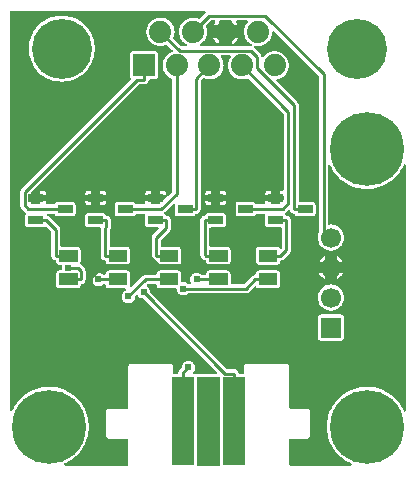
<source format=gbl>
G04 Layer: BottomLayer*
G04 EasyEDA v6.4.14, 2021-02-02T13:22:32--5:00*
G04 99f0f78b573744e3acd602d4f8b6235f,d79a69aa59da4e1fbb9b7d465b79b5da,10*
G04 Gerber Generator version 0.2*
G04 Scale: 100 percent, Rotated: No, Reflected: No *
G04 Dimensions in millimeters *
G04 leading zeros omitted , absolute positions ,4 integer and 5 decimal *
%FSLAX45Y45*%
%MOMM*%

%ADD11C,0.2600*%
%ADD12C,0.6100*%
%ADD15R,1.9000X7.5000*%
%ADD16R,1.7000X1.7000*%
%ADD17C,1.7000*%
%ADD19C,1.8796*%
%ADD20C,5.0800*%
%ADD21C,6.2500*%

%LPD*%
G36*
X1641602Y3575608D02*
G01*
X1637334Y3576574D01*
X1633829Y3579215D01*
X1631797Y3583127D01*
X1631594Y3587546D01*
X1633321Y3591610D01*
X1636522Y3594557D01*
X1643430Y3598519D01*
X1655165Y3607409D01*
X1665732Y3617671D01*
X1674977Y3629151D01*
X1682699Y3641648D01*
X1688896Y3655009D01*
X1693367Y3669080D01*
X1696059Y3683558D01*
X1696974Y3698240D01*
X1696059Y3712921D01*
X1693367Y3727399D01*
X1688896Y3741470D01*
X1687575Y3744264D01*
X1686661Y3748278D01*
X1687372Y3752291D01*
X1689607Y3755694D01*
X1726234Y3792270D01*
X1729536Y3794455D01*
X1733397Y3795217D01*
X1755495Y3795217D01*
X1759305Y3794455D01*
X1762607Y3792372D01*
X1764792Y3789172D01*
X1765655Y3785362D01*
X1765046Y3781551D01*
X1763014Y3778199D01*
X1758492Y3773220D01*
X1749958Y3761232D01*
X1744776Y3751579D01*
X1798320Y3751579D01*
X1798320Y3785057D01*
X1799082Y3788968D01*
X1801317Y3792270D01*
X1804568Y3794455D01*
X1808480Y3795217D01*
X1894839Y3795217D01*
X1898751Y3794455D01*
X1902002Y3792270D01*
X1904238Y3788968D01*
X1905000Y3785057D01*
X1905000Y3751579D01*
X1958543Y3751579D01*
X1957019Y3754831D01*
X1949297Y3767328D01*
X1940153Y3778707D01*
X1938375Y3782009D01*
X1937918Y3785768D01*
X1938934Y3789426D01*
X1941169Y3792524D01*
X1944370Y3794506D01*
X1948078Y3795217D01*
X2032355Y3795217D01*
X2036165Y3794455D01*
X2039416Y3792372D01*
X2041652Y3789172D01*
X2042515Y3785362D01*
X2041906Y3781551D01*
X2039874Y3778199D01*
X2035352Y3773220D01*
X2026818Y3761232D01*
X2019858Y3748227D01*
X2014524Y3734511D01*
X2010918Y3720236D01*
X2009139Y3705606D01*
X2009139Y3690874D01*
X2010918Y3676243D01*
X2014524Y3661968D01*
X2019858Y3648252D01*
X2026818Y3635248D01*
X2035352Y3623259D01*
X2045258Y3612387D01*
X2056434Y3602786D01*
X2069388Y3594252D01*
X2072386Y3591153D01*
X2073859Y3587140D01*
X2073503Y3582822D01*
X2071420Y3579063D01*
X2067966Y3576523D01*
X2063750Y3575608D01*
X1915922Y3575608D01*
X1911654Y3576574D01*
X1908149Y3579215D01*
X1906117Y3583127D01*
X1905914Y3587546D01*
X1907641Y3591610D01*
X1910842Y3594557D01*
X1917750Y3598519D01*
X1929485Y3607409D01*
X1940052Y3617671D01*
X1949297Y3629151D01*
X1957019Y3641648D01*
X1958543Y3644900D01*
X1905000Y3644900D01*
X1905000Y3585768D01*
X1904238Y3581857D01*
X1902002Y3578555D01*
X1898751Y3576370D01*
X1894839Y3575608D01*
X1808480Y3575608D01*
X1804568Y3576370D01*
X1801317Y3578555D01*
X1799082Y3581857D01*
X1798320Y3585768D01*
X1798320Y3644900D01*
X1744776Y3644900D01*
X1749958Y3635248D01*
X1758492Y3623259D01*
X1768398Y3612387D01*
X1779574Y3602786D01*
X1792528Y3594252D01*
X1795525Y3591153D01*
X1796999Y3587140D01*
X1796643Y3582822D01*
X1794560Y3579063D01*
X1791106Y3576523D01*
X1786889Y3575608D01*
G37*

%LPD*%
G36*
X493064Y25654D02*
G01*
X489153Y26416D01*
X485901Y28600D01*
X483666Y31902D01*
X482904Y35763D01*
X483666Y39674D01*
X485851Y42976D01*
X489102Y45161D01*
X498195Y48971D01*
X520954Y60655D01*
X542798Y74015D01*
X563575Y88950D01*
X583133Y105460D01*
X601421Y123393D01*
X618236Y142646D01*
X633628Y163118D01*
X647395Y184658D01*
X659485Y207213D01*
X669798Y230632D01*
X678383Y254762D01*
X685088Y279450D01*
X689864Y304596D01*
X692759Y330047D01*
X693724Y355600D01*
X692759Y381152D01*
X689864Y406603D01*
X685088Y431749D01*
X678383Y456438D01*
X669798Y480568D01*
X659485Y503986D01*
X647395Y526542D01*
X633628Y548081D01*
X618236Y568553D01*
X601421Y587806D01*
X583133Y605739D01*
X563575Y622249D01*
X542798Y637184D01*
X520954Y650544D01*
X498195Y662228D01*
X474573Y672134D01*
X450291Y680212D01*
X425500Y686460D01*
X400253Y690778D01*
X374802Y693216D01*
X349199Y693674D01*
X323646Y692251D01*
X298297Y688848D01*
X273253Y683564D01*
X248666Y676402D01*
X224739Y667410D01*
X201523Y656590D01*
X179171Y644093D01*
X157886Y629920D01*
X137718Y614172D01*
X118770Y596950D01*
X101193Y578358D01*
X85090Y558495D01*
X70510Y537413D01*
X57556Y515366D01*
X46329Y492353D01*
X45262Y489610D01*
X43078Y486257D01*
X39776Y484022D01*
X35915Y483209D01*
X32004Y483971D01*
X28651Y486156D01*
X26416Y489458D01*
X25654Y493369D01*
X25654Y3863086D01*
X26416Y3866997D01*
X28651Y3870248D01*
X31902Y3872484D01*
X35814Y3873246D01*
X1673402Y3873246D01*
X1677263Y3872484D01*
X1680565Y3870248D01*
X1682800Y3866946D01*
X1683562Y3863086D01*
X1682800Y3859174D01*
X1680565Y3855872D01*
X1634947Y3810355D01*
X1631645Y3808171D01*
X1627733Y3807409D01*
X1623822Y3808222D01*
X1617116Y3811066D01*
X1602943Y3815079D01*
X1588363Y3817365D01*
X1573631Y3817823D01*
X1559001Y3816451D01*
X1544624Y3813301D01*
X1530705Y3808374D01*
X1517548Y3801821D01*
X1505254Y3793693D01*
X1494078Y3784092D01*
X1484172Y3773220D01*
X1475638Y3761232D01*
X1468678Y3748227D01*
X1463344Y3734511D01*
X1459738Y3720236D01*
X1457960Y3705606D01*
X1457960Y3690874D01*
X1459738Y3676243D01*
X1463344Y3661968D01*
X1468678Y3648252D01*
X1475638Y3635248D01*
X1484172Y3623259D01*
X1494078Y3612387D01*
X1505254Y3602786D01*
X1518208Y3594252D01*
X1521206Y3591153D01*
X1522679Y3587140D01*
X1522323Y3582822D01*
X1520240Y3579063D01*
X1516786Y3576523D01*
X1512570Y3575608D01*
X1481988Y3575608D01*
X1478076Y3576370D01*
X1474825Y3578555D01*
X1412697Y3640683D01*
X1410462Y3644087D01*
X1409750Y3648100D01*
X1410665Y3652113D01*
X1412036Y3655009D01*
X1416507Y3669080D01*
X1419199Y3683558D01*
X1420114Y3698240D01*
X1419199Y3712921D01*
X1416507Y3727399D01*
X1412036Y3741470D01*
X1405839Y3754831D01*
X1398117Y3767328D01*
X1388872Y3778808D01*
X1378305Y3789070D01*
X1366570Y3797960D01*
X1353820Y3805326D01*
X1340256Y3811066D01*
X1326083Y3815079D01*
X1311503Y3817365D01*
X1296771Y3817823D01*
X1282141Y3816451D01*
X1267764Y3813301D01*
X1253845Y3808374D01*
X1240688Y3801821D01*
X1228394Y3793693D01*
X1217218Y3784092D01*
X1207312Y3773220D01*
X1198778Y3761232D01*
X1191818Y3748227D01*
X1186484Y3734511D01*
X1182878Y3720236D01*
X1181100Y3705606D01*
X1181100Y3690874D01*
X1182878Y3676243D01*
X1186484Y3661968D01*
X1191818Y3648252D01*
X1198778Y3635248D01*
X1207312Y3623259D01*
X1217218Y3612387D01*
X1228394Y3602786D01*
X1240688Y3594658D01*
X1253845Y3588105D01*
X1267764Y3583178D01*
X1282141Y3580028D01*
X1296771Y3578656D01*
X1311503Y3579114D01*
X1326083Y3581400D01*
X1340256Y3585413D01*
X1346860Y3588207D01*
X1350772Y3589020D01*
X1354683Y3588258D01*
X1357985Y3586073D01*
X1401165Y3542893D01*
X1403400Y3539490D01*
X1404112Y3535527D01*
X1403197Y3531514D01*
X1400810Y3528212D01*
X1397355Y3526129D01*
X1391005Y3523894D01*
X1377848Y3517341D01*
X1365554Y3509213D01*
X1354378Y3499612D01*
X1344472Y3488740D01*
X1335938Y3476751D01*
X1328978Y3463747D01*
X1323644Y3450031D01*
X1320038Y3435756D01*
X1318260Y3421126D01*
X1318260Y3406394D01*
X1320038Y3391763D01*
X1323644Y3377488D01*
X1328978Y3363772D01*
X1335938Y3350768D01*
X1344472Y3338779D01*
X1354378Y3327908D01*
X1365554Y3318306D01*
X1377848Y3310178D01*
X1391005Y3303625D01*
X1395730Y3301034D01*
X1398117Y3297682D01*
X1398981Y3293618D01*
X1398981Y2348382D01*
X1398219Y2344470D01*
X1396034Y2341219D01*
X1364843Y2310028D01*
X1361541Y2307793D01*
X1357630Y2307031D01*
X1356055Y2307336D01*
X1356410Y2305761D01*
X1355598Y2301900D01*
X1353413Y2298598D01*
X1326032Y2271217D01*
X1322730Y2269032D01*
X1318869Y2268270D01*
X1296924Y2268270D01*
X1296924Y2246325D01*
X1296162Y2242464D01*
X1293520Y2238705D01*
X1290269Y2236520D01*
X1286357Y2235758D01*
X1231900Y2235758D01*
X1227988Y2236520D01*
X1224686Y2238705D01*
X1222502Y2242007D01*
X1221740Y2245918D01*
X1221740Y2268270D01*
X1171194Y2268270D01*
X1171194Y2257653D01*
X1171905Y2251405D01*
X1172616Y2249271D01*
X1173175Y2245461D01*
X1172311Y2241702D01*
X1170076Y2238552D01*
X1166825Y2236470D01*
X1163015Y2235758D01*
X1096619Y2235758D01*
X1092555Y2236622D01*
X1089202Y2239010D01*
X1083767Y2248052D01*
X1079703Y2252116D01*
X1074877Y2255164D01*
X1069441Y2257044D01*
X1063193Y2257755D01*
X939342Y2257755D01*
X933094Y2257044D01*
X927658Y2255164D01*
X922832Y2252116D01*
X918768Y2248052D01*
X915720Y2243226D01*
X913841Y2237790D01*
X913130Y2231542D01*
X913130Y2162657D01*
X913841Y2156409D01*
X915720Y2150973D01*
X918768Y2146147D01*
X922832Y2142083D01*
X927658Y2139035D01*
X933094Y2137156D01*
X939342Y2136444D01*
X1063193Y2136444D01*
X1069441Y2137156D01*
X1074877Y2139035D01*
X1079703Y2142083D01*
X1083767Y2146147D01*
X1089202Y2155190D01*
X1092555Y2157577D01*
X1096619Y2158441D01*
X1163015Y2158441D01*
X1166825Y2157730D01*
X1170076Y2155647D01*
X1172311Y2152497D01*
X1173175Y2148738D01*
X1172616Y2144928D01*
X1171905Y2142794D01*
X1171194Y2136546D01*
X1171194Y2067661D01*
X1171905Y2061413D01*
X1173784Y2055977D01*
X1176832Y2051151D01*
X1180896Y2047087D01*
X1185722Y2044039D01*
X1191158Y2042160D01*
X1197406Y2041448D01*
X1275435Y2041448D01*
X1279347Y2040686D01*
X1282649Y2038451D01*
X1284833Y2035200D01*
X1285595Y2031288D01*
X1284833Y2027377D01*
X1282649Y2024125D01*
X1237945Y1979422D01*
X1232814Y1973173D01*
X1229258Y1966518D01*
X1227074Y1959254D01*
X1226261Y1951228D01*
X1226261Y1802384D01*
X1227074Y1794357D01*
X1229258Y1787093D01*
X1232814Y1780438D01*
X1237640Y1774596D01*
X1243482Y1769770D01*
X1250137Y1766214D01*
X1257401Y1764030D01*
X1259281Y1763826D01*
X1262837Y1762810D01*
X1265834Y1760524D01*
X1267764Y1757375D01*
X1269136Y1746097D01*
X1271066Y1740712D01*
X1274114Y1735836D01*
X1278128Y1731772D01*
X1283004Y1728724D01*
X1288389Y1726844D01*
X1294688Y1726133D01*
X1448511Y1726133D01*
X1454810Y1726844D01*
X1460195Y1728724D01*
X1465072Y1731772D01*
X1469085Y1735836D01*
X1472133Y1740712D01*
X1474063Y1746097D01*
X1474774Y1752346D01*
X1474774Y1851253D01*
X1474063Y1857502D01*
X1472133Y1862886D01*
X1469085Y1867763D01*
X1465072Y1871827D01*
X1460195Y1874875D01*
X1454810Y1876755D01*
X1448511Y1877466D01*
X1313738Y1877466D01*
X1309827Y1878228D01*
X1306525Y1880412D01*
X1304340Y1883714D01*
X1303578Y1887626D01*
X1303578Y1931517D01*
X1304340Y1935429D01*
X1306525Y1938680D01*
X1378000Y2010156D01*
X1383131Y2016404D01*
X1386687Y2023059D01*
X1388872Y2030323D01*
X1389684Y2038350D01*
X1389684Y2101596D01*
X1388872Y2109622D01*
X1386687Y2116886D01*
X1383131Y2123541D01*
X1378305Y2129383D01*
X1372463Y2134209D01*
X1365808Y2137765D01*
X1358544Y2139950D01*
X1353820Y2140407D01*
X1350162Y2141524D01*
X1347165Y2143861D01*
X1344879Y2148230D01*
X1341882Y2153005D01*
X1336700Y2158034D01*
X1334465Y2161336D01*
X1333652Y2165248D01*
X1334414Y2169160D01*
X1336649Y2172512D01*
X1403807Y2239670D01*
X1407261Y2241956D01*
X1411325Y2242667D01*
X1415338Y2241702D01*
X1418590Y2239213D01*
X1420672Y2235657D01*
X1421130Y2231542D01*
X1421130Y2162657D01*
X1421841Y2156409D01*
X1423720Y2150973D01*
X1426768Y2146147D01*
X1430832Y2142083D01*
X1435658Y2139035D01*
X1441094Y2137156D01*
X1447342Y2136444D01*
X1571193Y2136444D01*
X1577441Y2137156D01*
X1582877Y2139035D01*
X1587703Y2142083D01*
X1591767Y2146147D01*
X1594815Y2150973D01*
X1597101Y2155342D01*
X1600098Y2157679D01*
X1603756Y2158796D01*
X1608480Y2159254D01*
X1615744Y2161438D01*
X1622399Y2164994D01*
X1628241Y2169820D01*
X1633067Y2175662D01*
X1636623Y2182317D01*
X1638807Y2189581D01*
X1639620Y2197608D01*
X1639620Y3280003D01*
X1640382Y3283915D01*
X1642567Y3287166D01*
X1656791Y3301390D01*
X1659940Y3303524D01*
X1663598Y3304336D01*
X1667357Y3303778D01*
X1681784Y3298698D01*
X1696161Y3295548D01*
X1710791Y3294176D01*
X1725523Y3294634D01*
X1740103Y3296920D01*
X1754276Y3300933D01*
X1767839Y3306673D01*
X1780590Y3314039D01*
X1792325Y3322929D01*
X1802892Y3333191D01*
X1812137Y3344672D01*
X1819859Y3357168D01*
X1826056Y3370529D01*
X1830527Y3384600D01*
X1833219Y3399078D01*
X1834134Y3413760D01*
X1833219Y3428441D01*
X1830527Y3442919D01*
X1826056Y3456990D01*
X1819859Y3470351D01*
X1812188Y3482797D01*
X1810766Y3486810D01*
X1811121Y3491077D01*
X1813204Y3494836D01*
X1816607Y3497376D01*
X1820824Y3498291D01*
X1885289Y3498291D01*
X1889607Y3497326D01*
X1893062Y3494633D01*
X1895093Y3490722D01*
X1895297Y3486353D01*
X1893570Y3482289D01*
X1889658Y3476751D01*
X1882698Y3463747D01*
X1877364Y3450031D01*
X1873757Y3435756D01*
X1871980Y3421126D01*
X1871980Y3406394D01*
X1873757Y3391763D01*
X1877364Y3377488D01*
X1882698Y3363772D01*
X1889658Y3350768D01*
X1898192Y3338779D01*
X1908098Y3327908D01*
X1919274Y3318306D01*
X1931568Y3310178D01*
X1944725Y3303625D01*
X1958644Y3298698D01*
X1973021Y3295548D01*
X1987651Y3294176D01*
X2002383Y3294634D01*
X2016963Y3296920D01*
X2031136Y3300933D01*
X2037740Y3303727D01*
X2041652Y3304540D01*
X2045563Y3303778D01*
X2048865Y3301593D01*
X2341422Y3009036D01*
X2343607Y3005785D01*
X2344369Y3001873D01*
X2344369Y2362911D01*
X2343607Y2358999D01*
X2341422Y2355748D01*
X2338120Y2353513D01*
X2334209Y2352751D01*
X2312924Y2352751D01*
X2312924Y2315921D01*
X2334209Y2315921D01*
X2338120Y2315159D01*
X2341422Y2312974D01*
X2343607Y2309672D01*
X2344369Y2305761D01*
X2344369Y2278430D01*
X2343607Y2274519D01*
X2341422Y2271217D01*
X2338120Y2269032D01*
X2334209Y2268270D01*
X2312924Y2268270D01*
X2312924Y2245918D01*
X2312162Y2242007D01*
X2309977Y2238705D01*
X2306675Y2236520D01*
X2302764Y2235758D01*
X2247900Y2235758D01*
X2243988Y2236520D01*
X2240686Y2238705D01*
X2238502Y2242007D01*
X2237740Y2245918D01*
X2237740Y2268270D01*
X2187194Y2268270D01*
X2187194Y2257653D01*
X2187905Y2251405D01*
X2188616Y2249271D01*
X2189175Y2245461D01*
X2188311Y2241702D01*
X2186076Y2238552D01*
X2182825Y2236470D01*
X2179015Y2235758D01*
X2112619Y2235758D01*
X2108555Y2236622D01*
X2105202Y2239010D01*
X2099767Y2248052D01*
X2095703Y2252116D01*
X2090877Y2255164D01*
X2085441Y2257044D01*
X2079193Y2257755D01*
X1955342Y2257755D01*
X1949094Y2257044D01*
X1943658Y2255164D01*
X1938832Y2252116D01*
X1934768Y2248052D01*
X1931720Y2243226D01*
X1929841Y2237790D01*
X1929130Y2231542D01*
X1929130Y2162657D01*
X1929841Y2156409D01*
X1931720Y2150973D01*
X1934768Y2146147D01*
X1938832Y2142083D01*
X1943658Y2139035D01*
X1949094Y2137156D01*
X1955342Y2136444D01*
X2079193Y2136444D01*
X2085441Y2137156D01*
X2090877Y2139035D01*
X2095703Y2142083D01*
X2099767Y2146147D01*
X2105202Y2155190D01*
X2108555Y2157577D01*
X2112619Y2158441D01*
X2179015Y2158441D01*
X2182825Y2157730D01*
X2186076Y2155647D01*
X2188311Y2152497D01*
X2189175Y2148738D01*
X2188616Y2144928D01*
X2187905Y2142794D01*
X2187194Y2136546D01*
X2187194Y2067661D01*
X2187905Y2061413D01*
X2189784Y2055977D01*
X2192832Y2051151D01*
X2196896Y2047087D01*
X2201722Y2044039D01*
X2207158Y2042160D01*
X2213406Y2041448D01*
X2318207Y2041448D01*
X2322118Y2040686D01*
X2325420Y2038451D01*
X2327605Y2035200D01*
X2328367Y2031288D01*
X2328367Y1872640D01*
X2327605Y1868728D01*
X2325420Y1865477D01*
X2321204Y1862175D01*
X2317699Y1861312D01*
X2314092Y1861718D01*
X2310841Y1863343D01*
X2308402Y1866036D01*
X2307285Y1867763D01*
X2303272Y1871827D01*
X2298395Y1874875D01*
X2293010Y1876755D01*
X2286711Y1877466D01*
X2132888Y1877466D01*
X2126589Y1876755D01*
X2121204Y1874875D01*
X2116328Y1871827D01*
X2112314Y1867763D01*
X2109266Y1862886D01*
X2107336Y1857502D01*
X2106625Y1851253D01*
X2106625Y1752346D01*
X2107336Y1746097D01*
X2109266Y1740712D01*
X2112314Y1735836D01*
X2116328Y1731772D01*
X2121204Y1728724D01*
X2126589Y1726844D01*
X2132888Y1726133D01*
X2286711Y1726133D01*
X2293010Y1726844D01*
X2298395Y1728724D01*
X2303272Y1731772D01*
X2307285Y1735836D01*
X2310333Y1740712D01*
X2312263Y1746097D01*
X2312974Y1753717D01*
X2313635Y1757375D01*
X2315565Y1760524D01*
X2318562Y1762810D01*
X2322118Y1763826D01*
X2323998Y1764030D01*
X2331262Y1766214D01*
X2337917Y1769770D01*
X2344166Y1774901D01*
X2394000Y1824736D01*
X2399131Y1830984D01*
X2402687Y1837639D01*
X2404872Y1844903D01*
X2405684Y1852930D01*
X2405684Y2101596D01*
X2404872Y2109622D01*
X2402687Y2116886D01*
X2399131Y2123541D01*
X2394305Y2129383D01*
X2388463Y2134209D01*
X2381808Y2137765D01*
X2374544Y2139950D01*
X2369820Y2140407D01*
X2366162Y2141524D01*
X2363165Y2143861D01*
X2360879Y2148179D01*
X2357170Y2154072D01*
X2355799Y2157476D01*
X2355748Y2161133D01*
X2356967Y2164537D01*
X2359304Y2167331D01*
X2362708Y2170125D01*
X2380538Y2188057D01*
X2383993Y2190343D01*
X2388108Y2191004D01*
X2392172Y2190038D01*
X2395474Y2187498D01*
X2397455Y2183841D01*
X2397912Y2182317D01*
X2401468Y2175662D01*
X2406294Y2169820D01*
X2412136Y2164994D01*
X2418791Y2161438D01*
X2426055Y2159254D01*
X2430780Y2158796D01*
X2434437Y2157679D01*
X2437434Y2155342D01*
X2439720Y2150973D01*
X2442768Y2146147D01*
X2446832Y2142083D01*
X2451658Y2139035D01*
X2457094Y2137156D01*
X2463342Y2136444D01*
X2587193Y2136444D01*
X2593441Y2137156D01*
X2598877Y2139035D01*
X2603703Y2142083D01*
X2607767Y2146147D01*
X2610815Y2150973D01*
X2612694Y2156409D01*
X2613406Y2162657D01*
X2613406Y2231542D01*
X2612694Y2237790D01*
X2610815Y2243226D01*
X2607767Y2248052D01*
X2603703Y2252116D01*
X2598877Y2255164D01*
X2593441Y2257044D01*
X2587193Y2257755D01*
X2482392Y2257755D01*
X2478481Y2258517D01*
X2475179Y2260752D01*
X2472994Y2264003D01*
X2472232Y2267915D01*
X2472232Y3073400D01*
X2471420Y3081426D01*
X2469235Y3088690D01*
X2465679Y3095345D01*
X2460548Y3101594D01*
X2283206Y3278936D01*
X2280869Y3282645D01*
X2280310Y3287064D01*
X2281682Y3291281D01*
X2284730Y3294532D01*
X2288844Y3296158D01*
X2293823Y3296920D01*
X2307996Y3300933D01*
X2321560Y3306673D01*
X2334310Y3314039D01*
X2346045Y3322929D01*
X2356612Y3333191D01*
X2365857Y3344672D01*
X2373579Y3357168D01*
X2379776Y3370529D01*
X2384247Y3384600D01*
X2386939Y3399078D01*
X2387854Y3413760D01*
X2386939Y3428441D01*
X2384247Y3442919D01*
X2379776Y3456990D01*
X2373579Y3470351D01*
X2365857Y3482848D01*
X2356612Y3494328D01*
X2346045Y3504590D01*
X2334310Y3513480D01*
X2321560Y3520846D01*
X2307996Y3526586D01*
X2293823Y3530600D01*
X2279243Y3532886D01*
X2264511Y3533343D01*
X2249881Y3531971D01*
X2235504Y3528822D01*
X2221585Y3523894D01*
X2208428Y3517341D01*
X2196134Y3509213D01*
X2184958Y3499612D01*
X2175052Y3488740D01*
X2172360Y3484930D01*
X2169363Y3482136D01*
X2165502Y3480765D01*
X2161438Y3481019D01*
X2157780Y3482797D01*
X2155139Y3485896D01*
X2153920Y3489807D01*
X2153412Y3494938D01*
X2151227Y3502202D01*
X2147671Y3508857D01*
X2142540Y3515106D01*
X2093620Y3563975D01*
X2090877Y3567531D01*
X2089912Y3571900D01*
X2090928Y3576269D01*
X2093722Y3579774D01*
X2097786Y3581755D01*
X2102256Y3581755D01*
X2110181Y3580028D01*
X2124811Y3578656D01*
X2139543Y3579114D01*
X2154123Y3581400D01*
X2168296Y3585413D01*
X2181860Y3591153D01*
X2194610Y3598519D01*
X2206345Y3607409D01*
X2216912Y3617671D01*
X2226157Y3629151D01*
X2233879Y3641648D01*
X2240076Y3655009D01*
X2244547Y3669080D01*
X2247239Y3683558D01*
X2247747Y3691788D01*
X2248712Y3695547D01*
X2250998Y3698646D01*
X2254300Y3700678D01*
X2258060Y3701338D01*
X2261870Y3700526D01*
X2265070Y3698341D01*
X2639314Y3324250D01*
X2641549Y3320948D01*
X2642311Y3317087D01*
X2642311Y2018538D01*
X2643784Y2005584D01*
X2637129Y1987296D01*
X2633980Y1973478D01*
X2632608Y1959356D01*
X2633065Y1945182D01*
X2635351Y1931162D01*
X2639364Y1917598D01*
X2645105Y1904644D01*
X2652471Y1892503D01*
X2661310Y1881428D01*
X2671470Y1871573D01*
X2682849Y1863089D01*
X2695194Y1856130D01*
X2708351Y1850796D01*
X2722067Y1847189D01*
X2736088Y1845411D01*
X2750312Y1845411D01*
X2764332Y1847189D01*
X2778048Y1850796D01*
X2791206Y1856130D01*
X2803550Y1863089D01*
X2814929Y1871573D01*
X2825089Y1881428D01*
X2833928Y1892503D01*
X2841294Y1904644D01*
X2847035Y1917598D01*
X2851048Y1931162D01*
X2853334Y1945182D01*
X2853791Y1959356D01*
X2852420Y1973478D01*
X2849270Y1987296D01*
X2844342Y2000605D01*
X2837789Y2013153D01*
X2829712Y2024786D01*
X2820162Y2035251D01*
X2809392Y2044446D01*
X2797505Y2052218D01*
X2784703Y2058365D01*
X2771241Y2062835D01*
X2757322Y2065528D01*
X2743200Y2066442D01*
X2730449Y2065629D01*
X2726334Y2066188D01*
X2722829Y2068322D01*
X2720441Y2071725D01*
X2719628Y2075738D01*
X2719628Y2563520D01*
X2720644Y2567940D01*
X2723438Y2571445D01*
X2727502Y2573426D01*
X2732024Y2573426D01*
X2736088Y2571496D01*
X2738932Y2567990D01*
X2749956Y2545334D01*
X2762910Y2523286D01*
X2777490Y2502204D01*
X2793593Y2482342D01*
X2811170Y2463749D01*
X2830118Y2446528D01*
X2850286Y2430780D01*
X2871571Y2416606D01*
X2893923Y2404110D01*
X2917139Y2393289D01*
X2941066Y2384298D01*
X2965653Y2377135D01*
X2990697Y2371852D01*
X3016046Y2368448D01*
X3041599Y2367026D01*
X3067202Y2367483D01*
X3092653Y2369921D01*
X3117900Y2374239D01*
X3142691Y2380488D01*
X3166973Y2388565D01*
X3190595Y2398471D01*
X3213354Y2410155D01*
X3235198Y2423515D01*
X3255975Y2438450D01*
X3275533Y2454960D01*
X3293821Y2472893D01*
X3310636Y2492146D01*
X3326028Y2512618D01*
X3339795Y2534158D01*
X3351885Y2556713D01*
X3358489Y2571750D01*
X3360724Y2574950D01*
X3364077Y2577084D01*
X3367938Y2577795D01*
X3371748Y2576982D01*
X3374999Y2574747D01*
X3377184Y2571496D01*
X3377946Y2567635D01*
X3377946Y493064D01*
X3377184Y489204D01*
X3374999Y485952D01*
X3371748Y483717D01*
X3367938Y482904D01*
X3364077Y483616D01*
X3360724Y485749D01*
X3358489Y488950D01*
X3351885Y503986D01*
X3339795Y526542D01*
X3326028Y548081D01*
X3310636Y568553D01*
X3293821Y587806D01*
X3275533Y605739D01*
X3255975Y622249D01*
X3235198Y637184D01*
X3213354Y650544D01*
X3190595Y662228D01*
X3166973Y672134D01*
X3142691Y680212D01*
X3117900Y686460D01*
X3092653Y690778D01*
X3067202Y693216D01*
X3041599Y693674D01*
X3016046Y692251D01*
X2990697Y688848D01*
X2965653Y683564D01*
X2941066Y676402D01*
X2917139Y667410D01*
X2893923Y656590D01*
X2871571Y644093D01*
X2850286Y629920D01*
X2830118Y614172D01*
X2811170Y596950D01*
X2793593Y578358D01*
X2777490Y558495D01*
X2762910Y537413D01*
X2749956Y515366D01*
X2738729Y492353D01*
X2729280Y468579D01*
X2721660Y444144D01*
X2715869Y419201D01*
X2712008Y393903D01*
X2710078Y368401D01*
X2710078Y342798D01*
X2712008Y317296D01*
X2715869Y291998D01*
X2721660Y267055D01*
X2729280Y242620D01*
X2738729Y218846D01*
X2749956Y195834D01*
X2762910Y173786D01*
X2777490Y152704D01*
X2793593Y132842D01*
X2811170Y114249D01*
X2830118Y97028D01*
X2850286Y81280D01*
X2871571Y67106D01*
X2893923Y54610D01*
X2914497Y45008D01*
X2917647Y42722D01*
X2919730Y39420D01*
X2920390Y35560D01*
X2919526Y31750D01*
X2917291Y28549D01*
X2914040Y26416D01*
X2910230Y25654D01*
X2398014Y25654D01*
X2394102Y26416D01*
X2390851Y28651D01*
X2388616Y31902D01*
X2387854Y35814D01*
X2387854Y243586D01*
X2388616Y247497D01*
X2390851Y250748D01*
X2394102Y252984D01*
X2398014Y253746D01*
X2539390Y253746D01*
X2545842Y254508D01*
X2551277Y256590D01*
X2556357Y260096D01*
X2559405Y263144D01*
X2561996Y266700D01*
X2564485Y272186D01*
X2565654Y279552D01*
X2565654Y481990D01*
X2564892Y488442D01*
X2562809Y493877D01*
X2559304Y498957D01*
X2556256Y502005D01*
X2552700Y504596D01*
X2547213Y507085D01*
X2539847Y508254D01*
X2398014Y508254D01*
X2394102Y509016D01*
X2390851Y511251D01*
X2388616Y514502D01*
X2387854Y518414D01*
X2387854Y862990D01*
X2387092Y869442D01*
X2385009Y874877D01*
X2381504Y879957D01*
X2378456Y883005D01*
X2374900Y885596D01*
X2369413Y888085D01*
X2362047Y889253D01*
X2032609Y889253D01*
X2026157Y888492D01*
X2020722Y886409D01*
X2015642Y882903D01*
X2012594Y879856D01*
X2010003Y876300D01*
X2007514Y870813D01*
X2006346Y863447D01*
X2006346Y810615D01*
X2005584Y806704D01*
X2003348Y803452D01*
X2000097Y801217D01*
X1996186Y800455D01*
X1972462Y800455D01*
X1968804Y801116D01*
X1965655Y803097D01*
X1963369Y806043D01*
X1962150Y811428D01*
X1959965Y818692D01*
X1956409Y825347D01*
X1951583Y831189D01*
X1945741Y836015D01*
X1939086Y839571D01*
X1931822Y841756D01*
X1923796Y842568D01*
X1868830Y842568D01*
X1864969Y843330D01*
X1861667Y845566D01*
X1215847Y1491589D01*
X1213815Y1494485D01*
X1212900Y1497888D01*
X1212240Y1505559D01*
X1209700Y1515008D01*
X1205585Y1523847D01*
X1199946Y1531874D01*
X1193038Y1538782D01*
X1186738Y1543202D01*
X1183792Y1546453D01*
X1182471Y1550619D01*
X1183030Y1554988D01*
X1185367Y1558696D01*
X1186789Y1560118D01*
X1190040Y1562303D01*
X1193952Y1563065D01*
X1258265Y1563065D01*
X1261922Y1562404D01*
X1265123Y1560423D01*
X1267358Y1557477D01*
X1268374Y1553921D01*
X1269187Y1546047D01*
X1271066Y1540713D01*
X1274114Y1535836D01*
X1278128Y1531772D01*
X1283004Y1528724D01*
X1288389Y1526844D01*
X1294688Y1526133D01*
X1428292Y1526133D01*
X1431950Y1525473D01*
X1435150Y1523492D01*
X1437386Y1520494D01*
X1438402Y1516888D01*
X1438757Y1512722D01*
X1441297Y1503273D01*
X1445412Y1494434D01*
X1451051Y1486408D01*
X1457960Y1479499D01*
X1465986Y1473860D01*
X1474825Y1469745D01*
X1484274Y1467205D01*
X1494028Y1466342D01*
X1503781Y1467205D01*
X1513230Y1469745D01*
X1522069Y1473860D01*
X1530096Y1479499D01*
X1531467Y1480870D01*
X1534769Y1483055D01*
X1538630Y1483817D01*
X2023364Y1483817D01*
X2031390Y1484630D01*
X2038654Y1486814D01*
X2045309Y1490370D01*
X2051557Y1495501D01*
X2095398Y1539341D01*
X2098395Y1541424D01*
X2101900Y1542288D01*
X2105507Y1541881D01*
X2108758Y1540256D01*
X2111197Y1537563D01*
X2112314Y1535836D01*
X2116328Y1531772D01*
X2121204Y1528724D01*
X2126589Y1526844D01*
X2132888Y1526133D01*
X2286711Y1526133D01*
X2293010Y1526844D01*
X2298395Y1528724D01*
X2303272Y1531772D01*
X2307285Y1535836D01*
X2310333Y1540713D01*
X2312263Y1546098D01*
X2312974Y1552346D01*
X2312974Y1651254D01*
X2312263Y1657502D01*
X2310333Y1662887D01*
X2307285Y1667764D01*
X2303272Y1671828D01*
X2298395Y1674875D01*
X2293010Y1676755D01*
X2286711Y1677466D01*
X2132888Y1677466D01*
X2126589Y1676755D01*
X2121204Y1674875D01*
X2116328Y1671828D01*
X2112314Y1667764D01*
X2109266Y1662887D01*
X2107336Y1657502D01*
X2106625Y1649882D01*
X2105964Y1646224D01*
X2104034Y1643075D01*
X2101037Y1640789D01*
X2097481Y1639773D01*
X2095601Y1639570D01*
X2088337Y1637385D01*
X2081682Y1633829D01*
X2075434Y1628698D01*
X2010816Y1564081D01*
X2007565Y1561896D01*
X2003653Y1561134D01*
X1904034Y1561134D01*
X1900123Y1561896D01*
X1896821Y1564081D01*
X1894636Y1567383D01*
X1893874Y1571294D01*
X1893874Y1651254D01*
X1893163Y1657502D01*
X1891233Y1662887D01*
X1888185Y1667764D01*
X1884172Y1671828D01*
X1879295Y1674875D01*
X1873910Y1676755D01*
X1867611Y1677466D01*
X1713788Y1677466D01*
X1707489Y1676755D01*
X1702104Y1674875D01*
X1697228Y1671828D01*
X1693214Y1667764D01*
X1690166Y1662887D01*
X1688287Y1657553D01*
X1687474Y1649577D01*
X1686458Y1645970D01*
X1684223Y1643024D01*
X1681022Y1641043D01*
X1677365Y1640382D01*
X1651152Y1640382D01*
X1647291Y1641144D01*
X1643989Y1643329D01*
X1642618Y1644700D01*
X1634591Y1650339D01*
X1625752Y1654454D01*
X1616303Y1656994D01*
X1606550Y1657857D01*
X1596796Y1656994D01*
X1587347Y1654454D01*
X1578508Y1650339D01*
X1570482Y1644700D01*
X1563573Y1637792D01*
X1557934Y1629765D01*
X1553819Y1620926D01*
X1551279Y1611477D01*
X1550416Y1601724D01*
X1551279Y1591970D01*
X1553819Y1582521D01*
X1557070Y1575562D01*
X1557985Y1571650D01*
X1557324Y1567637D01*
X1555140Y1564233D01*
X1551838Y1561947D01*
X1547825Y1561134D01*
X1538630Y1561134D01*
X1534769Y1561896D01*
X1531467Y1564081D01*
X1530096Y1565452D01*
X1522069Y1571091D01*
X1513230Y1575206D01*
X1503781Y1577746D01*
X1494028Y1578610D01*
X1485798Y1577848D01*
X1481632Y1578356D01*
X1478026Y1580489D01*
X1475638Y1583893D01*
X1474774Y1588008D01*
X1474774Y1651254D01*
X1474063Y1657502D01*
X1472133Y1662887D01*
X1469085Y1667764D01*
X1465072Y1671828D01*
X1460195Y1674875D01*
X1454810Y1676755D01*
X1448511Y1677466D01*
X1294688Y1677466D01*
X1288389Y1676755D01*
X1283004Y1674875D01*
X1278128Y1671828D01*
X1274114Y1667764D01*
X1271066Y1662887D01*
X1269187Y1657553D01*
X1268374Y1649577D01*
X1267358Y1645970D01*
X1265123Y1643024D01*
X1261922Y1641043D01*
X1258265Y1640382D01*
X1174242Y1640382D01*
X1166215Y1639570D01*
X1158951Y1637385D01*
X1152296Y1633829D01*
X1146048Y1628698D01*
X1060094Y1542745D01*
X1056640Y1540459D01*
X1052525Y1539748D01*
X1048512Y1540764D01*
X1045210Y1543304D01*
X1043178Y1546910D01*
X1042974Y1552346D01*
X1042974Y1651254D01*
X1042263Y1657502D01*
X1040333Y1662887D01*
X1037285Y1667764D01*
X1033271Y1671828D01*
X1028395Y1674875D01*
X1023010Y1676755D01*
X1016711Y1677466D01*
X862888Y1677466D01*
X856589Y1676755D01*
X851204Y1674875D01*
X846328Y1671828D01*
X842314Y1667764D01*
X839266Y1662887D01*
X837387Y1657553D01*
X836574Y1649577D01*
X835558Y1645970D01*
X833323Y1643024D01*
X830122Y1641043D01*
X826465Y1640382D01*
X819302Y1640382D01*
X815441Y1641144D01*
X812139Y1643329D01*
X810768Y1644700D01*
X802741Y1650339D01*
X793902Y1654454D01*
X784453Y1656994D01*
X774700Y1657857D01*
X764946Y1656994D01*
X755497Y1654454D01*
X746658Y1650339D01*
X738632Y1644700D01*
X731723Y1637792D01*
X726084Y1629765D01*
X721969Y1620926D01*
X719429Y1611477D01*
X718566Y1601724D01*
X719429Y1591970D01*
X721969Y1582521D01*
X726084Y1573682D01*
X731723Y1565656D01*
X738632Y1558747D01*
X746658Y1553108D01*
X755497Y1548993D01*
X764946Y1546453D01*
X774700Y1545590D01*
X784453Y1546453D01*
X793902Y1548993D01*
X802741Y1553108D01*
X810768Y1558747D01*
X812139Y1560118D01*
X815441Y1562303D01*
X819302Y1563065D01*
X826465Y1563065D01*
X830122Y1562404D01*
X833323Y1560423D01*
X835558Y1557477D01*
X836574Y1553921D01*
X837387Y1546047D01*
X839266Y1540713D01*
X842314Y1535836D01*
X846328Y1531772D01*
X851204Y1528724D01*
X856589Y1526844D01*
X862888Y1526133D01*
X999540Y1526133D01*
X1003350Y1525371D01*
X1006652Y1523238D01*
X1008837Y1520037D01*
X1009700Y1516227D01*
X1009040Y1512417D01*
X1007008Y1509064D01*
X1003858Y1506778D01*
X1000658Y1505305D01*
X992632Y1499666D01*
X985723Y1492758D01*
X980084Y1484731D01*
X975969Y1475892D01*
X973429Y1466443D01*
X972566Y1456690D01*
X973429Y1446936D01*
X975969Y1437487D01*
X980084Y1428648D01*
X985723Y1420622D01*
X992632Y1413713D01*
X1000658Y1408074D01*
X1009497Y1403959D01*
X1018946Y1401419D01*
X1028700Y1400556D01*
X1038453Y1401419D01*
X1047902Y1403959D01*
X1056741Y1408074D01*
X1064768Y1413713D01*
X1071676Y1420622D01*
X1077315Y1428648D01*
X1081430Y1437487D01*
X1083970Y1446936D01*
X1084630Y1454607D01*
X1085545Y1458010D01*
X1087577Y1460906D01*
X1094079Y1467408D01*
X1097788Y1469745D01*
X1102156Y1470304D01*
X1106322Y1468983D01*
X1109573Y1466037D01*
X1113993Y1459738D01*
X1120902Y1452829D01*
X1128928Y1447190D01*
X1137767Y1443075D01*
X1147216Y1440535D01*
X1154887Y1439875D01*
X1158290Y1438960D01*
X1161186Y1436928D01*
X1780184Y817676D01*
X1782368Y814425D01*
X1783130Y810514D01*
X1782368Y806602D01*
X1780184Y803351D01*
X1776882Y801116D01*
X1772970Y800354D01*
X1613966Y800354D01*
X1607718Y799642D01*
X1602536Y797864D01*
X1599184Y797255D01*
X1595831Y797864D01*
X1590395Y799744D01*
X1583232Y800455D01*
X1579372Y801217D01*
X1576070Y803452D01*
X1573834Y806704D01*
X1573072Y810615D01*
X1573834Y814527D01*
X1576070Y817778D01*
X1579676Y821436D01*
X1585315Y829462D01*
X1589430Y838301D01*
X1591970Y847750D01*
X1592834Y857503D01*
X1591970Y867257D01*
X1589430Y876706D01*
X1585315Y885545D01*
X1579676Y893571D01*
X1572768Y900480D01*
X1564741Y906119D01*
X1555902Y910234D01*
X1546453Y912774D01*
X1536700Y913637D01*
X1526946Y912774D01*
X1517497Y910234D01*
X1508658Y906119D01*
X1500632Y900480D01*
X1493723Y893571D01*
X1488084Y885545D01*
X1483969Y876706D01*
X1481429Y867257D01*
X1480769Y859586D01*
X1479854Y856183D01*
X1477822Y853287D01*
X1462735Y838200D01*
X1457604Y831951D01*
X1454048Y825296D01*
X1451864Y818032D01*
X1451000Y809599D01*
X1449984Y806043D01*
X1447749Y803097D01*
X1444548Y801116D01*
X1440891Y800455D01*
X1420114Y800455D01*
X1416202Y801217D01*
X1412951Y803452D01*
X1410716Y806704D01*
X1409954Y810615D01*
X1409954Y862990D01*
X1409192Y869442D01*
X1407109Y874877D01*
X1403604Y879957D01*
X1400556Y883005D01*
X1397000Y885596D01*
X1391513Y888085D01*
X1384147Y889253D01*
X1054709Y889253D01*
X1048258Y888492D01*
X1042822Y886409D01*
X1037742Y882903D01*
X1034694Y879856D01*
X1032103Y876300D01*
X1029614Y870813D01*
X1028446Y863447D01*
X1028446Y518414D01*
X1027684Y514502D01*
X1025448Y511251D01*
X1022197Y509016D01*
X1018286Y508254D01*
X864209Y508254D01*
X857758Y507492D01*
X852322Y505409D01*
X847242Y501904D01*
X844194Y498856D01*
X841603Y495300D01*
X839114Y489813D01*
X837946Y482447D01*
X837946Y280009D01*
X838708Y273558D01*
X840790Y268122D01*
X844296Y263042D01*
X847344Y259994D01*
X850900Y257403D01*
X856386Y254914D01*
X863752Y253746D01*
X1018286Y253746D01*
X1022197Y252984D01*
X1025448Y250748D01*
X1027684Y247497D01*
X1028446Y243586D01*
X1028446Y35814D01*
X1027684Y31902D01*
X1025448Y28651D01*
X1022197Y26416D01*
X1018286Y25654D01*
G37*

%LPC*%
G36*
X2658770Y1083157D02*
G01*
X2827629Y1083157D01*
X2833878Y1083868D01*
X2839313Y1085748D01*
X2844139Y1088796D01*
X2848203Y1092860D01*
X2851251Y1097686D01*
X2853131Y1103122D01*
X2853842Y1109370D01*
X2853842Y1278229D01*
X2853131Y1284478D01*
X2851251Y1289913D01*
X2848203Y1294739D01*
X2844139Y1298803D01*
X2839313Y1301851D01*
X2833878Y1303731D01*
X2827629Y1304442D01*
X2658770Y1304442D01*
X2652522Y1303731D01*
X2647086Y1301851D01*
X2642260Y1298803D01*
X2638196Y1294739D01*
X2635148Y1289913D01*
X2633268Y1284478D01*
X2632557Y1278229D01*
X2632557Y1109370D01*
X2633268Y1103122D01*
X2635148Y1097686D01*
X2638196Y1092860D01*
X2642260Y1088796D01*
X2647086Y1085748D01*
X2652522Y1083868D01*
G37*
G36*
X2736088Y1337411D02*
G01*
X2750312Y1337411D01*
X2764332Y1339189D01*
X2778048Y1342796D01*
X2791206Y1348130D01*
X2803550Y1355090D01*
X2814929Y1363573D01*
X2825089Y1373428D01*
X2833928Y1384503D01*
X2841294Y1396644D01*
X2847035Y1409598D01*
X2851048Y1423162D01*
X2853334Y1437182D01*
X2853791Y1451356D01*
X2852420Y1465478D01*
X2849270Y1479296D01*
X2844342Y1492605D01*
X2837789Y1505153D01*
X2829712Y1516786D01*
X2820162Y1527251D01*
X2809392Y1536446D01*
X2797505Y1544218D01*
X2784703Y1550365D01*
X2771241Y1554835D01*
X2757322Y1557528D01*
X2743200Y1558442D01*
X2729077Y1557528D01*
X2715158Y1554835D01*
X2701696Y1550365D01*
X2688894Y1544218D01*
X2677007Y1536446D01*
X2666238Y1527251D01*
X2656687Y1516786D01*
X2648610Y1505153D01*
X2642057Y1492605D01*
X2637129Y1479296D01*
X2633980Y1465478D01*
X2632608Y1451356D01*
X2633065Y1437182D01*
X2635351Y1423162D01*
X2639364Y1409598D01*
X2645105Y1396644D01*
X2652471Y1384503D01*
X2661310Y1373428D01*
X2671470Y1363573D01*
X2682849Y1355090D01*
X2695194Y1348130D01*
X2708351Y1342796D01*
X2722067Y1339189D01*
G37*
G36*
X443788Y1526133D02*
G01*
X597611Y1526133D01*
X603910Y1526844D01*
X609295Y1528724D01*
X614172Y1531772D01*
X618185Y1535836D01*
X621233Y1540713D01*
X623163Y1546098D01*
X623874Y1553565D01*
X624535Y1557223D01*
X626465Y1560372D01*
X629462Y1562658D01*
X633018Y1563674D01*
X634898Y1563878D01*
X642162Y1566062D01*
X648817Y1569618D01*
X654659Y1574444D01*
X659485Y1580286D01*
X663041Y1586941D01*
X665226Y1594205D01*
X666038Y1602232D01*
X666038Y1674114D01*
X665226Y1682140D01*
X663041Y1689404D01*
X659485Y1696059D01*
X654354Y1702307D01*
X630936Y1725726D01*
X624840Y1730756D01*
X622249Y1733905D01*
X621131Y1737868D01*
X621690Y1741932D01*
X623163Y1746097D01*
X623874Y1752346D01*
X623874Y1851253D01*
X623163Y1857502D01*
X621233Y1862886D01*
X618185Y1867763D01*
X614172Y1871827D01*
X609295Y1874875D01*
X603910Y1876755D01*
X597611Y1877466D01*
X462838Y1877466D01*
X458927Y1878228D01*
X455625Y1880412D01*
X453440Y1883714D01*
X452678Y1887626D01*
X452678Y2022602D01*
X451866Y2030628D01*
X449681Y2037892D01*
X446125Y2044547D01*
X440994Y2050796D01*
X362712Y2129078D01*
X356463Y2134209D01*
X349808Y2137765D01*
X347167Y2138578D01*
X343560Y2140508D01*
X341020Y2143760D01*
X340004Y2147722D01*
X340614Y2151786D01*
X342747Y2155240D01*
X346100Y2157628D01*
X350113Y2158441D01*
X397916Y2158441D01*
X401980Y2157577D01*
X405333Y2155190D01*
X410768Y2146147D01*
X414832Y2142083D01*
X419658Y2139035D01*
X425094Y2137156D01*
X431342Y2136444D01*
X555193Y2136444D01*
X561441Y2137156D01*
X566877Y2139035D01*
X571703Y2142083D01*
X575767Y2146147D01*
X578815Y2150973D01*
X580694Y2156409D01*
X581406Y2162657D01*
X581406Y2231542D01*
X580694Y2237790D01*
X578815Y2243226D01*
X575767Y2248052D01*
X571703Y2252116D01*
X566877Y2255164D01*
X561441Y2257044D01*
X555193Y2257755D01*
X431342Y2257755D01*
X425094Y2257044D01*
X419658Y2255164D01*
X414832Y2252116D01*
X410768Y2248052D01*
X405333Y2239010D01*
X401980Y2236622D01*
X397916Y2235758D01*
X339648Y2235758D01*
X335838Y2236470D01*
X332587Y2238552D01*
X330352Y2241702D01*
X329488Y2245461D01*
X330047Y2249271D01*
X330758Y2251405D01*
X331470Y2257653D01*
X331470Y2268270D01*
X280924Y2268270D01*
X280924Y2245918D01*
X280162Y2242007D01*
X277977Y2238705D01*
X274675Y2236520D01*
X270764Y2235758D01*
X215900Y2235758D01*
X211988Y2236520D01*
X208686Y2238705D01*
X206502Y2242007D01*
X205740Y2245918D01*
X205740Y2268270D01*
X200456Y2268270D01*
X196545Y2269032D01*
X193243Y2271217D01*
X191058Y2274519D01*
X190296Y2278430D01*
X190296Y2305761D01*
X191058Y2309672D01*
X193243Y2312974D01*
X196545Y2315159D01*
X200456Y2315921D01*
X205740Y2315921D01*
X205740Y2338120D01*
X206502Y2341981D01*
X208686Y2345283D01*
X1112367Y3248964D01*
X1115618Y3251149D01*
X1119530Y3251911D01*
X1160272Y3251911D01*
X1168298Y3252724D01*
X1175562Y3254908D01*
X1182217Y3258464D01*
X1188059Y3263290D01*
X1192885Y3269132D01*
X1196441Y3275787D01*
X1198626Y3283051D01*
X1198829Y3284982D01*
X1199845Y3288537D01*
X1202131Y3291484D01*
X1205280Y3293465D01*
X1208938Y3294126D01*
X1254201Y3294126D01*
X1260449Y3294837D01*
X1265885Y3296716D01*
X1270711Y3299764D01*
X1274775Y3303828D01*
X1277823Y3308654D01*
X1279702Y3314090D01*
X1280414Y3320338D01*
X1280414Y3507181D01*
X1279702Y3513429D01*
X1277823Y3518865D01*
X1274775Y3523691D01*
X1270711Y3527755D01*
X1265885Y3530803D01*
X1260449Y3532682D01*
X1254201Y3533394D01*
X1067358Y3533394D01*
X1061110Y3532682D01*
X1055674Y3530803D01*
X1050848Y3527755D01*
X1046784Y3523691D01*
X1043736Y3518865D01*
X1041857Y3513429D01*
X1041146Y3507181D01*
X1041146Y3320338D01*
X1041857Y3314090D01*
X1043736Y3308654D01*
X1046784Y3303879D01*
X1048054Y3300729D01*
X1048258Y3297326D01*
X1047343Y3294024D01*
X1045362Y3291281D01*
X124663Y2370582D01*
X119532Y2364333D01*
X115976Y2357678D01*
X113792Y2350414D01*
X112979Y2342388D01*
X112979Y2228342D01*
X113792Y2220315D01*
X115976Y2213051D01*
X119532Y2206396D01*
X124663Y2200148D01*
X154686Y2170125D01*
X158902Y2166670D01*
X161239Y2163876D01*
X162458Y2160473D01*
X162407Y2156815D01*
X161036Y2153412D01*
X157784Y2148230D01*
X155905Y2142794D01*
X155194Y2136546D01*
X155194Y2067661D01*
X155905Y2061413D01*
X157784Y2055977D01*
X160832Y2051151D01*
X164896Y2047087D01*
X169722Y2044039D01*
X175158Y2042160D01*
X181406Y2041448D01*
X305257Y2041448D01*
X311505Y2042160D01*
X316839Y2044039D01*
X323037Y2048052D01*
X326186Y2049373D01*
X329641Y2049627D01*
X332943Y2048713D01*
X335737Y2046681D01*
X372414Y2010054D01*
X374599Y2006803D01*
X375361Y2002891D01*
X375361Y1802384D01*
X376174Y1794357D01*
X378358Y1787093D01*
X381914Y1780438D01*
X386740Y1774596D01*
X392582Y1769770D01*
X399237Y1766214D01*
X406501Y1764030D01*
X408381Y1763826D01*
X411937Y1762810D01*
X414934Y1760524D01*
X416864Y1757375D01*
X418236Y1746097D01*
X420166Y1740712D01*
X423214Y1735836D01*
X427228Y1731772D01*
X432104Y1728724D01*
X437489Y1726844D01*
X443788Y1726133D01*
X456946Y1726133D01*
X460552Y1725472D01*
X463702Y1723542D01*
X465988Y1720596D01*
X467055Y1717039D01*
X466750Y1713331D01*
X465429Y1708505D01*
X464566Y1698752D01*
X465480Y1688490D01*
X464972Y1684324D01*
X462838Y1680768D01*
X459435Y1678330D01*
X455371Y1677466D01*
X443788Y1677466D01*
X437489Y1676755D01*
X432104Y1674875D01*
X427228Y1671828D01*
X423214Y1667764D01*
X420166Y1662887D01*
X418236Y1657502D01*
X417525Y1651254D01*
X417525Y1552346D01*
X418236Y1546098D01*
X420166Y1540713D01*
X423214Y1535836D01*
X427228Y1531772D01*
X432104Y1528724D01*
X437489Y1526844D01*
G37*
G36*
X2694330Y1602587D02*
G01*
X2694330Y1652930D01*
X2644089Y1652930D01*
X2645105Y1650644D01*
X2652471Y1638503D01*
X2661310Y1627428D01*
X2671470Y1617573D01*
X2682849Y1609090D01*
G37*
G36*
X2792069Y1602587D02*
G01*
X2803550Y1609090D01*
X2814929Y1617573D01*
X2825089Y1627428D01*
X2833928Y1638503D01*
X2841294Y1650644D01*
X2842310Y1652930D01*
X2792069Y1652930D01*
G37*
G36*
X1713788Y1726133D02*
G01*
X1867611Y1726133D01*
X1873910Y1726844D01*
X1879295Y1728724D01*
X1884172Y1731772D01*
X1888185Y1735836D01*
X1891233Y1740712D01*
X1893163Y1746097D01*
X1893874Y1752346D01*
X1893874Y1851253D01*
X1893163Y1857502D01*
X1891233Y1862886D01*
X1888185Y1867763D01*
X1884172Y1871827D01*
X1879295Y1874875D01*
X1873910Y1876755D01*
X1867611Y1877466D01*
X1724456Y1877466D01*
X1720545Y1878228D01*
X1717243Y1880412D01*
X1715058Y1883714D01*
X1714296Y1887626D01*
X1714296Y2031288D01*
X1715058Y2035200D01*
X1717243Y2038451D01*
X1720545Y2040686D01*
X1724456Y2041448D01*
X1829257Y2041448D01*
X1835505Y2042160D01*
X1840941Y2044039D01*
X1845767Y2047087D01*
X1849831Y2051151D01*
X1852879Y2055977D01*
X1854758Y2061413D01*
X1855470Y2067661D01*
X1855470Y2136546D01*
X1854758Y2142794D01*
X1852879Y2148230D01*
X1849831Y2153056D01*
X1845767Y2157120D01*
X1840941Y2160168D01*
X1835505Y2162048D01*
X1829257Y2162759D01*
X1705406Y2162759D01*
X1699158Y2162048D01*
X1693722Y2160168D01*
X1688896Y2157120D01*
X1684832Y2153056D01*
X1681784Y2148230D01*
X1679498Y2143861D01*
X1676501Y2141524D01*
X1672843Y2140407D01*
X1668119Y2139950D01*
X1660855Y2137765D01*
X1654200Y2134209D01*
X1648358Y2129383D01*
X1643532Y2123541D01*
X1639976Y2116886D01*
X1637792Y2109622D01*
X1636979Y2101596D01*
X1636979Y1810766D01*
X1637792Y1802739D01*
X1639976Y1795475D01*
X1643532Y1788820D01*
X1648663Y1782572D01*
X1656334Y1774901D01*
X1662582Y1769770D01*
X1669237Y1766214D01*
X1676501Y1764030D01*
X1678381Y1763826D01*
X1681937Y1762810D01*
X1684934Y1760524D01*
X1686864Y1757375D01*
X1688236Y1746097D01*
X1690166Y1740712D01*
X1693214Y1735836D01*
X1697228Y1731772D01*
X1702104Y1728724D01*
X1707489Y1726844D01*
G37*
G36*
X862888Y1726133D02*
G01*
X1016711Y1726133D01*
X1023010Y1726844D01*
X1028395Y1728724D01*
X1033271Y1731772D01*
X1037285Y1735836D01*
X1040333Y1740712D01*
X1042263Y1746097D01*
X1042974Y1752346D01*
X1042974Y1851253D01*
X1042263Y1857502D01*
X1040333Y1862886D01*
X1037285Y1867763D01*
X1033271Y1871827D01*
X1028395Y1874875D01*
X1023010Y1876755D01*
X1016711Y1877466D01*
X881938Y1877466D01*
X878027Y1878228D01*
X874725Y1880412D01*
X872540Y1883714D01*
X871778Y1887626D01*
X871778Y2016302D01*
X872388Y2019706D01*
X875131Y2024024D01*
X878687Y2030679D01*
X880871Y2037943D01*
X881684Y2045970D01*
X881684Y2101596D01*
X880871Y2109622D01*
X878687Y2116886D01*
X875131Y2123541D01*
X870305Y2129383D01*
X864463Y2134209D01*
X857808Y2137765D01*
X850544Y2139950D01*
X845819Y2140407D01*
X842162Y2141524D01*
X839165Y2143861D01*
X836879Y2148230D01*
X833831Y2153056D01*
X829767Y2157120D01*
X824941Y2160168D01*
X819505Y2162048D01*
X813257Y2162759D01*
X689406Y2162759D01*
X683158Y2162048D01*
X677722Y2160168D01*
X672896Y2157120D01*
X668832Y2153056D01*
X665784Y2148230D01*
X663905Y2142794D01*
X663194Y2136546D01*
X663194Y2067661D01*
X663905Y2061413D01*
X665784Y2055977D01*
X668832Y2051151D01*
X672896Y2047087D01*
X677722Y2044039D01*
X683158Y2042160D01*
X689406Y2041448D01*
X784301Y2041448D01*
X788212Y2040686D01*
X791514Y2038451D01*
X793699Y2035200D01*
X794461Y2031288D01*
X794461Y1802384D01*
X795274Y1794357D01*
X797458Y1787093D01*
X801014Y1780438D01*
X805840Y1774596D01*
X811682Y1769770D01*
X818337Y1766214D01*
X825601Y1764030D01*
X827481Y1763826D01*
X831037Y1762810D01*
X834034Y1760524D01*
X835964Y1757375D01*
X837336Y1746097D01*
X839266Y1740712D01*
X842314Y1735836D01*
X846328Y1731772D01*
X851204Y1728724D01*
X856589Y1726844D01*
G37*
G36*
X2644140Y1750669D02*
G01*
X2694330Y1750669D01*
X2694330Y1800809D01*
X2688894Y1798218D01*
X2677007Y1790446D01*
X2666238Y1781251D01*
X2656687Y1770786D01*
X2648610Y1759153D01*
G37*
G36*
X2792069Y1750669D02*
G01*
X2842260Y1750669D01*
X2837789Y1759153D01*
X2829712Y1770786D01*
X2820162Y1781251D01*
X2809392Y1790446D01*
X2797505Y1798218D01*
X2792069Y1800809D01*
G37*
G36*
X689406Y2231440D02*
G01*
X713740Y2231440D01*
X713740Y2268270D01*
X663194Y2268270D01*
X663194Y2257653D01*
X663905Y2251405D01*
X665784Y2245969D01*
X668832Y2241143D01*
X672896Y2237079D01*
X677722Y2234031D01*
X683158Y2232152D01*
G37*
G36*
X1804924Y2231440D02*
G01*
X1829257Y2231440D01*
X1835505Y2232152D01*
X1840941Y2234031D01*
X1845767Y2237079D01*
X1849831Y2241143D01*
X1852879Y2245969D01*
X1854758Y2251405D01*
X1855470Y2257653D01*
X1855470Y2268270D01*
X1804924Y2268270D01*
G37*
G36*
X788924Y2231440D02*
G01*
X813257Y2231440D01*
X819505Y2232152D01*
X824941Y2234031D01*
X829767Y2237079D01*
X833831Y2241143D01*
X836879Y2245969D01*
X838758Y2251405D01*
X839469Y2257653D01*
X839469Y2268270D01*
X788924Y2268270D01*
G37*
G36*
X1705406Y2231440D02*
G01*
X1729739Y2231440D01*
X1729739Y2268270D01*
X1679193Y2268270D01*
X1679193Y2257653D01*
X1679905Y2251405D01*
X1681784Y2245969D01*
X1684832Y2241143D01*
X1688896Y2237079D01*
X1693722Y2234031D01*
X1699158Y2232152D01*
G37*
G36*
X1347774Y2315616D02*
G01*
X1347470Y2317191D01*
X1347470Y2326538D01*
X1346758Y2332786D01*
X1344879Y2338222D01*
X1341831Y2343048D01*
X1337767Y2347112D01*
X1332941Y2350160D01*
X1327505Y2352040D01*
X1321257Y2352751D01*
X1296924Y2352751D01*
X1296924Y2315921D01*
X1346250Y2315921D01*
G37*
G36*
X788924Y2315921D02*
G01*
X839469Y2315921D01*
X839469Y2326538D01*
X838758Y2332786D01*
X836879Y2338222D01*
X833831Y2343048D01*
X829767Y2347112D01*
X824941Y2350160D01*
X819505Y2352040D01*
X813257Y2352751D01*
X788924Y2352751D01*
G37*
G36*
X663194Y2315921D02*
G01*
X713740Y2315921D01*
X713740Y2352751D01*
X689406Y2352751D01*
X683158Y2352040D01*
X677722Y2350160D01*
X672896Y2347112D01*
X668832Y2343048D01*
X665784Y2338222D01*
X663905Y2332786D01*
X663194Y2326538D01*
G37*
G36*
X1804924Y2315921D02*
G01*
X1855470Y2315921D01*
X1855470Y2326538D01*
X1854758Y2332786D01*
X1852879Y2338222D01*
X1849831Y2343048D01*
X1845767Y2347112D01*
X1840941Y2350160D01*
X1835505Y2352040D01*
X1829257Y2352751D01*
X1804924Y2352751D01*
G37*
G36*
X1171194Y2315921D02*
G01*
X1221740Y2315921D01*
X1221740Y2352751D01*
X1197406Y2352751D01*
X1191158Y2352040D01*
X1185722Y2350160D01*
X1180896Y2347112D01*
X1176832Y2343048D01*
X1173784Y2338222D01*
X1171905Y2332786D01*
X1171194Y2326538D01*
G37*
G36*
X280924Y2315921D02*
G01*
X331470Y2315921D01*
X331470Y2326538D01*
X330758Y2332786D01*
X328879Y2338222D01*
X325831Y2343048D01*
X321767Y2347112D01*
X316941Y2350160D01*
X311505Y2352040D01*
X305257Y2352751D01*
X280924Y2352751D01*
G37*
G36*
X1679193Y2315921D02*
G01*
X1729739Y2315921D01*
X1729739Y2352751D01*
X1705406Y2352751D01*
X1699158Y2352040D01*
X1693722Y2350160D01*
X1688896Y2347112D01*
X1684832Y2343048D01*
X1681784Y2338222D01*
X1679905Y2332786D01*
X1679193Y2326538D01*
G37*
G36*
X2187194Y2315921D02*
G01*
X2237740Y2315921D01*
X2237740Y2352751D01*
X2213406Y2352751D01*
X2207158Y2352040D01*
X2201722Y2350160D01*
X2196896Y2347112D01*
X2192832Y2343048D01*
X2189784Y2338222D01*
X2187905Y2332786D01*
X2187194Y2326538D01*
G37*
G36*
X464820Y3276346D02*
G01*
X487934Y3277311D01*
X510844Y3280156D01*
X533450Y3284931D01*
X555599Y3291484D01*
X577138Y3299917D01*
X597916Y3310077D01*
X617778Y3321913D01*
X636574Y3335324D01*
X654202Y3350260D01*
X670560Y3366617D01*
X685495Y3384245D01*
X698906Y3403041D01*
X710742Y3422904D01*
X720902Y3443681D01*
X729335Y3465220D01*
X735888Y3487369D01*
X740664Y3509975D01*
X743508Y3532886D01*
X744474Y3556000D01*
X743508Y3579114D01*
X740664Y3602024D01*
X735888Y3624630D01*
X729335Y3646779D01*
X720902Y3668318D01*
X710742Y3689096D01*
X698906Y3708958D01*
X685495Y3727754D01*
X670560Y3745382D01*
X654202Y3761740D01*
X636574Y3776675D01*
X617778Y3790086D01*
X597916Y3801922D01*
X577138Y3812082D01*
X555599Y3820515D01*
X533450Y3827068D01*
X510844Y3831844D01*
X487934Y3834688D01*
X464820Y3835654D01*
X441706Y3834688D01*
X418795Y3831844D01*
X396189Y3827068D01*
X374040Y3820515D01*
X352501Y3812082D01*
X331724Y3801922D01*
X311861Y3790086D01*
X293065Y3776675D01*
X275437Y3761740D01*
X259079Y3745382D01*
X244144Y3727754D01*
X230733Y3708958D01*
X218897Y3689096D01*
X208737Y3668318D01*
X200304Y3646779D01*
X193751Y3624630D01*
X188976Y3602024D01*
X186131Y3579114D01*
X185166Y3556000D01*
X186131Y3532886D01*
X188976Y3509975D01*
X193751Y3487369D01*
X200304Y3465220D01*
X208737Y3443681D01*
X218897Y3422904D01*
X230733Y3403041D01*
X244144Y3384245D01*
X259079Y3366617D01*
X275437Y3350260D01*
X293065Y3335324D01*
X311861Y3321913D01*
X331724Y3310077D01*
X352501Y3299917D01*
X374040Y3291484D01*
X396189Y3284931D01*
X418795Y3280156D01*
X441706Y3277311D01*
G37*

%LPD*%
G36*
X1613408Y774700D02*
G01*
X1613408Y24688D01*
X1803400Y24688D01*
X1803400Y774700D01*
G37*
D11*
X2743200Y1955800D02*
G01*
X2680970Y2018029D01*
X2680970Y3337305D01*
X2184145Y3833876D01*
X1713229Y3833876D01*
X1577339Y3698239D01*
X414020Y1801876D02*
G01*
X414020Y2023110D01*
X335026Y2102104D01*
X520700Y1801876D02*
G01*
X414020Y1801876D01*
X243331Y2102104D02*
G01*
X335026Y2102104D01*
X1160779Y3290570D02*
G01*
X1099312Y3290570D01*
X151637Y2342895D01*
X151637Y2227834D01*
X182371Y2197100D01*
X493268Y2197100D01*
X1160779Y3413760D02*
G01*
X1160779Y3290570D01*
X833120Y1801876D02*
G01*
X833120Y2035555D01*
X843026Y2045462D01*
X843026Y2102104D01*
X939800Y1801876D02*
G01*
X833120Y1801876D01*
X751331Y2102104D02*
G01*
X843026Y2102104D01*
X1001268Y2197100D02*
G01*
X1306576Y2197100D01*
X1437639Y2328163D01*
X1437639Y3413760D01*
X1264920Y1801876D02*
G01*
X1264920Y1951736D01*
X1351026Y2037842D01*
X1351026Y2102104D01*
X1371600Y1801876D02*
G01*
X1264920Y1801876D01*
X1259331Y2102104D02*
G01*
X1351026Y2102104D01*
X1684020Y1801876D02*
G01*
X1675637Y1810257D01*
X1675637Y2102104D01*
X1790700Y1801876D02*
G01*
X1684020Y1801876D01*
X1767331Y2102104D02*
G01*
X1675637Y2102104D01*
X2017268Y2197100D02*
G01*
X2335022Y2197100D01*
X2383027Y2245360D01*
X2383027Y3022092D01*
X1991359Y3413760D01*
X2316479Y1801876D02*
G01*
X2367025Y1852421D01*
X2367025Y2102104D01*
X2209800Y1801876D02*
G01*
X2316479Y1801876D01*
X2275331Y2102104D02*
G01*
X2367025Y2102104D01*
X2433574Y2197100D02*
G01*
X2433574Y3073907D01*
X2115565Y3391915D01*
X2115565Y3487420D01*
X2066036Y3536950D01*
X1461770Y3536950D01*
X1300479Y3698239D01*
X2525268Y2197100D02*
G01*
X2433574Y2197100D01*
X243331Y2292095D02*
G01*
X751331Y2292095D01*
X1767331Y2292095D02*
G01*
X1921509Y2292095D01*
X1921509Y2292095D02*
G01*
X2275331Y2292095D01*
X751331Y2292095D02*
G01*
X843026Y2292095D01*
X843026Y2292095D02*
G01*
X1259331Y2292095D01*
X1921509Y2292095D02*
G01*
X1921509Y1917954D01*
X2009647Y1830070D01*
X2009647Y1830070D02*
G01*
X2137918Y1701800D01*
X2743200Y1701800D01*
X1140713Y1828037D02*
G01*
X1176020Y1828037D01*
X1282192Y1721865D01*
X1901444Y1721865D01*
X2009647Y1830070D01*
X843026Y2292095D02*
G01*
X894334Y2240787D01*
X894334Y2074418D01*
X1140713Y1828037D01*
X1140713Y1828037D02*
G01*
X1035050Y1722628D01*
X810768Y1722628D01*
X710945Y1622552D01*
X710945Y1555495D01*
X1283462Y982726D01*
X1398270Y982726D01*
X1924304Y803910D02*
G01*
X1848612Y803910D01*
X1156970Y1495805D01*
X1924304Y399795D02*
G01*
X1924304Y803910D01*
X1489710Y399795D02*
G01*
X1489710Y810513D01*
X1536700Y857504D01*
X2209800Y1601723D02*
G01*
X2103120Y1601723D01*
X2103120Y1601723D02*
G01*
X2023872Y1522476D01*
X1494028Y1522476D01*
X1790700Y1601723D02*
G01*
X1606550Y1601723D01*
X1371600Y1601723D02*
G01*
X1173734Y1601723D01*
X1028700Y1456689D01*
X939800Y1601723D02*
G01*
X774700Y1601723D01*
X627379Y1601723D02*
G01*
X627379Y1674621D01*
X603250Y1698752D01*
X520700Y1698752D01*
X520700Y1601723D02*
G01*
X627379Y1601723D01*
X1714500Y3413760D02*
G01*
X1600962Y3300221D01*
X1600962Y2197100D01*
X1509268Y2197100D02*
G01*
X1600962Y2197100D01*
D15*
G01*
X1924304Y399795D03*
G01*
X1489710Y399795D03*
G36*
X2462768Y2232101D02*
G01*
X2462768Y2162098D01*
X2587767Y2162098D01*
X2587767Y2232101D01*
G37*
G36*
X2212832Y2327097D02*
G01*
X2212832Y2257094D01*
X2337831Y2257094D01*
X2337831Y2327097D01*
G37*
G36*
X2212832Y2137105D02*
G01*
X2212832Y2067102D01*
X2337831Y2067102D01*
X2337831Y2137105D01*
G37*
G36*
X1954768Y2232101D02*
G01*
X1954768Y2162098D01*
X2079767Y2162098D01*
X2079767Y2232101D01*
G37*
G36*
X1704832Y2327097D02*
G01*
X1704832Y2257094D01*
X1829831Y2257094D01*
X1829831Y2327097D01*
G37*
G36*
X1704832Y2137105D02*
G01*
X1704832Y2067102D01*
X1829831Y2067102D01*
X1829831Y2137105D01*
G37*
G36*
X1446768Y2232101D02*
G01*
X1446768Y2162098D01*
X1571767Y2162098D01*
X1571767Y2232101D01*
G37*
G36*
X1196832Y2327097D02*
G01*
X1196832Y2257094D01*
X1321831Y2257094D01*
X1321831Y2327097D01*
G37*
G36*
X1196832Y2137105D02*
G01*
X1196832Y2067102D01*
X1321831Y2067102D01*
X1321831Y2137105D01*
G37*
G36*
X938768Y2232101D02*
G01*
X938768Y2162098D01*
X1063767Y2162098D01*
X1063767Y2232101D01*
G37*
G36*
X688832Y2327097D02*
G01*
X688832Y2257094D01*
X813831Y2257094D01*
X813831Y2327097D01*
G37*
G36*
X688832Y2137105D02*
G01*
X688832Y2067102D01*
X813831Y2067102D01*
X813831Y2137105D01*
G37*
G36*
X430768Y2232101D02*
G01*
X430768Y2162098D01*
X555767Y2162098D01*
X555767Y2232101D01*
G37*
G36*
X180832Y2327097D02*
G01*
X180832Y2257094D01*
X305831Y2257094D01*
X305831Y2327097D01*
G37*
G36*
X180832Y2137105D02*
G01*
X180832Y2067102D01*
X305831Y2067102D01*
X305831Y2137105D01*
G37*
G36*
X443199Y1651800D02*
G01*
X443199Y1551800D01*
X598200Y1551800D01*
X598200Y1651800D01*
G37*
G36*
X443199Y1851799D02*
G01*
X443199Y1751799D01*
X598200Y1751799D01*
X598200Y1851799D01*
G37*
G36*
X862299Y1651800D02*
G01*
X862299Y1551800D01*
X1017300Y1551800D01*
X1017300Y1651800D01*
G37*
G36*
X862299Y1851799D02*
G01*
X862299Y1751799D01*
X1017300Y1751799D01*
X1017300Y1851799D01*
G37*
G36*
X1294099Y1651800D02*
G01*
X1294099Y1551800D01*
X1449100Y1551800D01*
X1449100Y1651800D01*
G37*
G36*
X1294099Y1851799D02*
G01*
X1294099Y1751799D01*
X1449100Y1751799D01*
X1449100Y1851799D01*
G37*
G36*
X1713199Y1651800D02*
G01*
X1713199Y1551800D01*
X1868200Y1551800D01*
X1868200Y1651800D01*
G37*
G36*
X1713199Y1851799D02*
G01*
X1713199Y1751799D01*
X1868200Y1751799D01*
X1868200Y1851799D01*
G37*
G36*
X2132299Y1651800D02*
G01*
X2132299Y1551800D01*
X2287300Y1551800D01*
X2287300Y1651800D01*
G37*
G36*
X2132299Y1851799D02*
G01*
X2132299Y1751799D01*
X2287300Y1751799D01*
X2287300Y1851799D01*
G37*
D16*
G01*
X2743200Y1193800D03*
D17*
G01*
X2743200Y1447800D03*
G01*
X2743200Y1701800D03*
G01*
X2743200Y1955800D03*
G36*
X1066800Y3507739D02*
G01*
X1254760Y3507739D01*
X1254760Y3319779D01*
X1066800Y3319779D01*
G37*
D19*
G01*
X1437639Y3413760D03*
G01*
X1714500Y3413760D03*
G01*
X1991359Y3413760D03*
G01*
X2268220Y3413760D03*
G01*
X1300479Y3698239D03*
G01*
X1577339Y3698239D03*
G01*
X1851660Y3698239D03*
G01*
X2128520Y3698239D03*
D20*
G01*
X464820Y3556000D03*
G01*
X2964179Y3556000D03*
D21*
G01*
X3048000Y355600D03*
G01*
X355600Y355600D03*
G01*
X3048000Y2705100D03*
D12*
G01*
X1398270Y982726D03*
G01*
X1156970Y1495805D03*
G01*
X1536700Y857504D03*
G01*
X1494028Y1522476D03*
G01*
X1606550Y1601723D03*
G01*
X1028700Y1456689D03*
G01*
X774700Y1601723D03*
G01*
X520700Y1698752D03*
M02*

</source>
